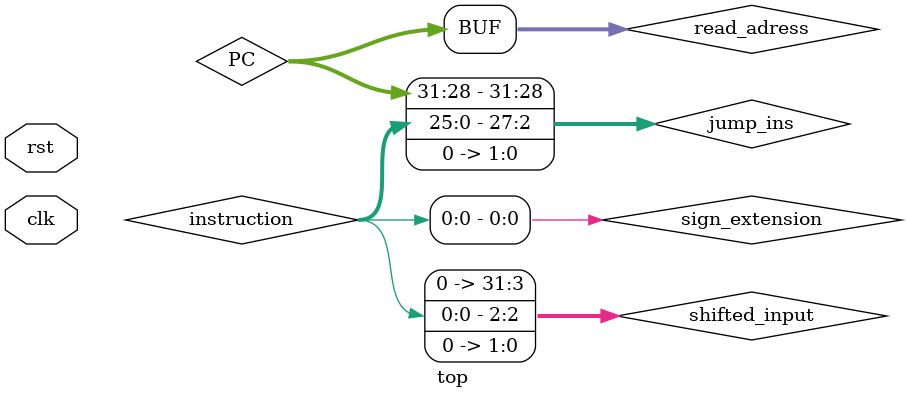
<source format=v>
`timescale 1ns / 1ps


module top(input clk,rst );
wire [3:0]alu_control;
wire [4:0] read_reg1,read_reg2,write_reg;
wire[1:0] Aluop;
wire [5:0] funct,op;
wire[31:0] operand_1, operand_2,out,addr,write_data,read_data,read_adress,instruction,write_data1,read_data1,read_data2;
wire and_out;
reg [31:0] PC;
reg [31:0] PC_next;
assign and_out  = zero & Branch;
reg [31:0] add_result;
wire [31:0] shifted_input;
wire [31:0] mux_1_result;
wire [31:0] PC_input;
wire [31:0] jump_ins;
assign sign_extension = {{16{instruction[15]}},instruction[15:0]};
assign shifted_input = sign_extension << 2;
always@(posedge clk) add_result <=PC_next+ shifted_input;
assign mux_1_result = and_out?add_result:PC_next;
assign jump_ins = {PC[31:28],instruction[25:0],2'b0};
assign PC_input = Jump?jump_ins:mux_1_result;
always@(posedge clk) PC_next<=PC+4;
always@(posedge clk) PC<=PC_input;
assign read_adress = PC;
Alu_unit a (.clk(clk),.alu_op(alu_control),.operand_1(operand_1),.operand_2(operand_2),.out(out),.zero(zero));
alu_control b(.Aluop(Aluop),.funct(funct),.Alu_control(alu_control));
control_unit c(.op(op),.Jump(Jump),.RegDst(RegDst), .AluSrc(AluSrc), .MemtoReg(MemtoReg),.RegWrite(RegWrite),.Memread(Memread), .MemWrite(MemWrite), .Branch(Branch),.AluOp(Aluop));
data_mem d(.clk(clk),.addr(addr),.write_data(write_data),.MemRead(MemRead),.MemWrite(MemWrite),.read_data(read_data));
ins_memory e(.clk(clk),.read_adress(read_adress),.instruction(instruction));
registers f(.read_reg1(read_reg1),.read_reg2(read_reg2),.write_reg(write_reg),.clk(clk),.write_data(write_data1),.read_data1(read_data1),.read_data2(read_data2));

assign write_reg=(RegDst? instruction[15:11]: instruction[20:16]);
assign operand_2=(AluSrc?{{16{instruction[15]}},instruction[15:0]}:read_data2);
assign write_data1=(MemtoReg?read_data:out);

endmodule
</source>
